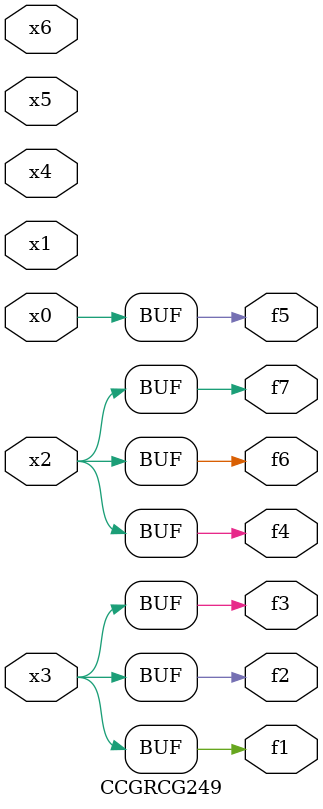
<source format=v>
module CCGRCG249(
	input x0, x1, x2, x3, x4, x5, x6,
	output f1, f2, f3, f4, f5, f6, f7
);
	assign f1 = x3;
	assign f2 = x3;
	assign f3 = x3;
	assign f4 = x2;
	assign f5 = x0;
	assign f6 = x2;
	assign f7 = x2;
endmodule

</source>
